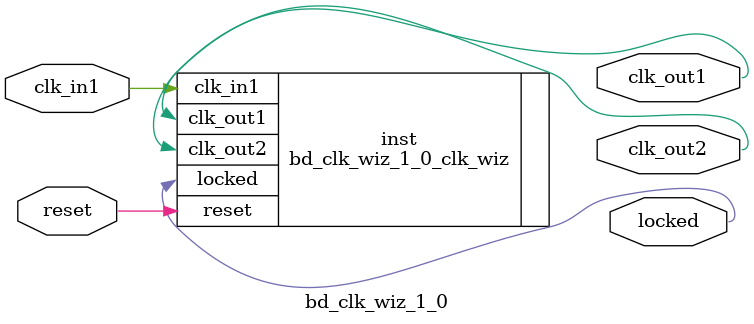
<source format=v>


`timescale 1ps/1ps

(* CORE_GENERATION_INFO = "bd_clk_wiz_1_0,clk_wiz_v6_0_6_0_0,{component_name=bd_clk_wiz_1_0,use_phase_alignment=true,use_min_o_jitter=false,use_max_i_jitter=false,use_dyn_phase_shift=false,use_inclk_switchover=false,use_dyn_reconfig=false,enable_axi=0,feedback_source=FDBK_AUTO,PRIMITIVE=MMCM,num_out_clk=2,clkin1_period=20.000,clkin2_period=10.000,use_power_down=false,use_reset=true,use_locked=true,use_inclk_stopped=false,feedback_type=SINGLE,CLOCK_MGR_TYPE=NA,manual_override=false}" *)

module bd_clk_wiz_1_0 
 (
  // Clock out ports
  output        clk_out1,
  output        clk_out2,
  // Status and control signals
  input         reset,
  output        locked,
 // Clock in ports
  input         clk_in1
 );

  bd_clk_wiz_1_0_clk_wiz inst
  (
  // Clock out ports  
  .clk_out1(clk_out1),
  .clk_out2(clk_out2),
  // Status and control signals               
  .reset(reset), 
  .locked(locked),
 // Clock in ports
  .clk_in1(clk_in1)
  );

endmodule

</source>
